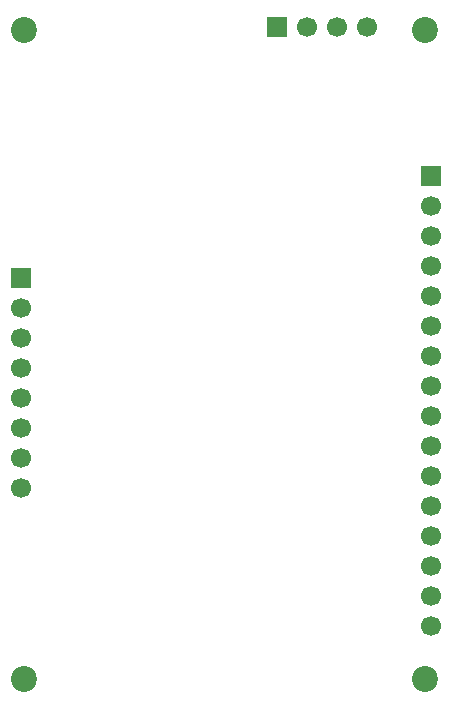
<source format=gbs>
%TF.GenerationSoftware,KiCad,Pcbnew,9.0.6*%
%TF.CreationDate,2025-12-21T17:34:40-08:00*%
%TF.ProjectId,A3909 Prototyping,41333930-3920-4507-926f-746f74797069,rev?*%
%TF.SameCoordinates,Original*%
%TF.FileFunction,Soldermask,Bot*%
%TF.FilePolarity,Negative*%
%FSLAX46Y46*%
G04 Gerber Fmt 4.6, Leading zero omitted, Abs format (unit mm)*
G04 Created by KiCad (PCBNEW 9.0.6) date 2025-12-21 17:34:40*
%MOMM*%
%LPD*%
G01*
G04 APERTURE LIST*
%ADD10C,2.200000*%
%ADD11C,1.700000*%
%ADD12R,1.700000X1.700000*%
G04 APERTURE END LIST*
D10*
%TO.C,H1*%
X62750000Y-78000000D03*
%TD*%
%TO.C,H2*%
X62750000Y-23000000D03*
%TD*%
%TO.C,H3*%
X28750000Y-23000000D03*
%TD*%
%TO.C,H4*%
X28750000Y-78000000D03*
%TD*%
D11*
%TO.C,J1*%
X63250000Y-73462500D03*
X63250000Y-70922500D03*
X63250000Y-68382500D03*
X63250000Y-65842500D03*
X63250000Y-63302500D03*
X63250000Y-60762500D03*
X63250000Y-58222500D03*
X63250000Y-55682500D03*
X63250000Y-53142500D03*
X63250000Y-50602500D03*
X63250000Y-48062500D03*
X63250000Y-45522500D03*
X63250000Y-42982500D03*
X63250000Y-40442500D03*
X63250000Y-37902500D03*
D12*
X63250000Y-35362500D03*
%TD*%
D11*
%TO.C,J2*%
X57810000Y-22750000D03*
X55270000Y-22750000D03*
X52730000Y-22750000D03*
D12*
X50190000Y-22750000D03*
%TD*%
D11*
%TO.C,J3*%
X28500000Y-61790000D03*
X28500000Y-59250000D03*
X28500000Y-56710000D03*
X28500000Y-54170000D03*
X28500000Y-51630000D03*
X28500000Y-49090000D03*
X28500000Y-46550000D03*
D12*
X28500000Y-44010000D03*
%TD*%
M02*

</source>
